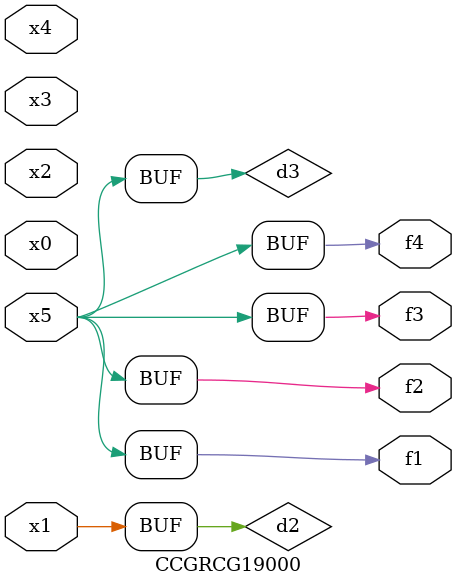
<source format=v>
module CCGRCG19000(
	input x0, x1, x2, x3, x4, x5,
	output f1, f2, f3, f4
);

	wire d1, d2, d3;

	not (d1, x5);
	or (d2, x1);
	xnor (d3, d1);
	assign f1 = d3;
	assign f2 = d3;
	assign f3 = d3;
	assign f4 = d3;
endmodule

</source>
